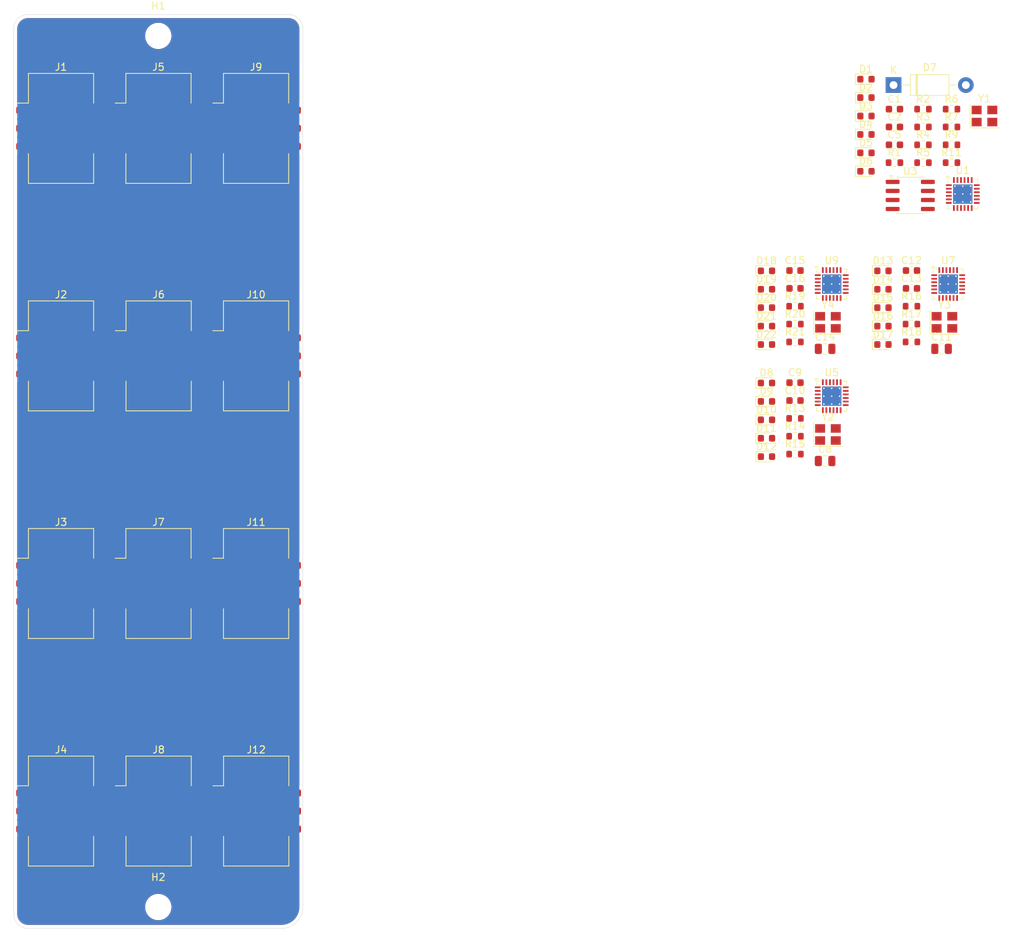
<source format=kicad_pcb>
(kicad_pcb (version 20241229) (generator "pcbnew") (generator_version "9.0")
  (layers (0 "F.Cu" signal) (2 "B.Cu" signal) (13 "F.Paste" user) (15 "B.Paste" user) (5 "F.SilkS" user "F.Silkscreen") (7 "B.SilkS" user "B.Silkscreen") (1 "F.Mask" user) (3 "B.Mask" user) (25 "Edge.Cuts" user))
  (net 0 "")
  (net 1 "/USB_3v3")
  (net 2 "GND")
  (net 3 "/USB_5v")
  (net 4 "VDD")
  (net 5 "/channel0/USB_5v")
  (net 6 "/channel0/USB_2_3v3")
  (net 7 "/channel0/USB_2_5v0")
  (net 8 "/channel1/USB_5v")
  (net 9 "/channel1/USB_2_3v3")
  (net 10 "/channel1/USB_2_5v0")
  (net 11 "/channel2/USB_5v")
  (net 12 "/channel2/USB_2_3v3")
  (net 13 "/channel2/USB_2_5v0")
  (net 14 "Net-(D1-K)")
  (net 15 "/PLED4_2")
  (net 16 "Net-(D3-K)")
  (net 17 "Net-(D5-K)")
  (net 18 "Net-(D6-A)")
  (net 19 "Net-(D6-K)")
  (net 20 "Net-(D7-K)")
  (net 21 "/channel0/PLED4_2")
  (net 22 "Net-(D8-K)")
  (net 23 "Net-(D10-K)")
  (net 24 "Net-(D12-K)")
  (net 25 "Net-(D13-K)")
  (net 26 "/channel1/PLED4_2")
  (net 27 "Net-(D15-K)")
  (net 28 "Net-(D17-K)")
  (net 29 "/channel2/PLED4_2")
  (net 30 "Net-(D18-K)")
  (net 31 "Net-(D20-K)")
  (net 32 "Net-(D22-K)")
  (net 33 "/channel0/dut0/+3V3")
  (net 34 "/channel0/dut0/USB_5v")
  (net 35 "/channel0/dut0/USB_P")
  (net 36 "/channel0/dut0/USB_N")
  (net 37 "/channel1/dut0/USB_N")
  (net 38 "/channel1/dut0/USB_5v")
  (net 39 "/channel1/dut0/+3V3")
  (net 40 "/channel1/dut0/USB_P")
  (net 41 "/channel2/dut0/USB_5v")
  (net 42 "/channel2/dut0/+3V3")
  (net 43 "/channel2/dut0/USB_N")
  (net 44 "/channel2/dut0/USB_P")
  (net 45 "/channel0/dut1/+3V3")
  (net 46 "/channel0/dut1/USB_5v")
  (net 47 "/channel0/dut1/USB_N")
  (net 48 "/channel0/dut1/USB_P")
  (net 49 "/channel1/dut1/+3V3")
  (net 50 "/channel1/dut1/USB_N")
  (net 51 "/channel1/dut1/USB_P")
  (net 52 "/channel1/dut1/USB_5v")
  (net 53 "/channel2/dut1/USB_P")
  (net 54 "/channel2/dut1/+3V3")
  (net 55 "/channel2/dut1/USB_5v")
  (net 56 "/channel2/dut1/USB_N")
  (net 57 "/channel0/dut2/+3V3")
  (net 58 "/channel0/dut2/USB_N")
  (net 59 "/channel0/dut2/USB_P")
  (net 60 "/channel0/dut2/USB_5v")
  (net 61 "/channel1/dut2/USB_5v")
  (net 62 "/channel1/dut2/USB_N")
  (net 63 "/channel1/dut2/USB_P")
  (net 64 "/channel1/dut2/+3V3")
  (net 65 "/channel2/dut2/USB_P")
  (net 66 "/channel2/dut2/USB_5v")
  (net 67 "/channel2/dut2/USB_N")
  (net 68 "/channel2/dut2/+3V3")
  (net 69 "/channel0/dut3/USB_N")
  (net 70 "/channel0/dut3/USB_P")
  (net 71 "/channel0/dut3/+3V3")
  (net 72 "/channel0/dut3/USB_5v")
  (net 73 "/channel1/dut3/USB_N")
  (net 74 "/channel1/dut3/+3V3")
  (net 75 "/channel1/dut3/USB_5v")
  (net 76 "/channel1/dut3/USB_P")
  (net 77 "/channel2/dut3/USB_P")
  (net 78 "/channel2/dut3/+3V3")
  (net 79 "/channel2/dut3/USB_N")
  (net 80 "/channel2/dut3/USB_5v")
  (net 81 "/PLED1_2")
  (net 82 "/PLED2_2")
  (net 83 "/+20v0")
  (net 84 "Net-(U2-VBUS)")
  (net 85 "Net-(U2-CFG1)")
  (net 86 "Net-(U2-CFG2)")
  (net 87 "Net-(U2-CFG3)")
  (net 88 "/channel0/PLED1_2")
  (net 89 "/channel0/PLED2_2")
  (net 90 "/channel1/PLED1_2")
  (net 91 "/channel1/PLED2_2")
  (net 92 "/channel2/PLED1_2")
  (net 93 "/channel2/PLED2_2")
  (net 94 "/USB_4N")
  (net 96 "/USB_P")
  (net 97 "/PLED4")
  (net 98 "/USB_3P")
  (net 99 "/USB_4P")
  (net 101 "/XIN")
  (net 102 "/USB_1P")
  (net 104 "/USB_2N")
  (net 107 "/PLED2")
  (net 108 "/XOUT")
  (net 109 "/USB_2P")
  (net 110 "/USB_1N")
  (net 111 "/USB_N")
  (net 114 "/USB_3N")
  (net 115 "/PLED1")
  (net 116 "Net-(U3-DC)")
  (net 117 "Net-(U3-Vfb)")
  (net 118 "Net-(U3-TC)")
  (net 119 "Net-(U3-Ipk)")
  (net 121 "/channel0/USB_2P")
  (net 122 "/channel0/USB_P")
  (net 123 "/channel0/USB_3P")
  (net 124 "/channel0/USB_1P")
  (net 125 "/channel0/PLED1")
  (net 126 "/channel0/USB_N")
  (net 127 "/channel0/USB_3N")
  (net 128 "/channel0/USB_4P")
  (net 129 "/channel0/XOUT")
  (net 130 "/channel0/XIN")
  (net 131 "/channel0/USB_1N")
  (net 136 "/channel0/USB_3v3")
  (net 137 "/channel0/USB_2N")
  (net 138 "/channel0/USB_4N")
  (net 139 "/channel0/nRESET")
  (net 141 "/channel0/PLED2")
  (net 142 "/channel0/PLED4")
  (net 144 "/channel1/USB_1P")
  (net 145 "/channel1/PLED2")
  (net 146 "/channel1/USB_2P")
  (net 147 "/channel1/USB_2N")
  (net 148 "/channel1/XOUT")
  (net 149 "/channel1/USB_3v3")
  (net 150 "/channel1/USB_4P")
  (net 151 "/channel1/PLED4")
  (net 152 "/channel1/USB_4N")
  (net 153 "/channel1/USB_3N")
  (net 154 "/channel1/USB_P")
  (net 156 "/channel1/USB_1N")
  (net 158 "/channel1/USB_N")
  (net 159 "/channel1/nRESET")
  (net 160 "/channel1/PLED1")
  (net 162 "/channel1/USB_3P")
  (net 163 "/channel1/XIN")
  (net 166 "/channel2/USB_2P")
  (net 167 "/channel2/USB_1P")
  (net 169 "/channel2/USB_1N")
  (net 170 "/channel2/USB_2N")
  (net 171 "/channel2/XOUT")
  (net 172 "/channel2/USB_3v3")
  (net 174 "/channel2/nRESET")
  (net 176 "/channel2/USB_4P")
  (net 177 "/channel2/PLED1")
  (net 178 "/channel2/XIN")
  (net 179 "/channel2/USB_4N")
  (net 181 "/channel2/PLED4")
  (net 183 "/channel2/PLED2")
  (net 184 "/channel2/USB_3N")
  (net 186 "/channel2/USB_3P")
  (net 187 "/channel2/USB_P")
  (net 188 "/channel2/USB_N")
  (net 189 "/channel0/XOUT_2")
  (net 190 "/channel0/XIN_2")
  (net 191 "/channel1/XIN_2")
  (net 192 "/channel1/XOUT_2")
  (net 193 "/channel2/XIN_2")
  (net 194 "/channel2/XOUT_2")
  (net 195 "/channel0/dut0/PRESENT")
  (net 196 "/channel1/dut0/PRESENT")
  (net 197 "/channel2/dut0/PRESENT")
  (net 198 "/channel0/dut1/PRESENT")
  (net 199 "/channel1/dut1/PRESENT")
  (net 200 "/channel2/dut1/PRESENT")
  (net 201 "/channel0/dut2/PRESENT")
  (net 202 "/channel1/dut2/PRESENT")
  (net 203 "/channel2/dut2/PRESENT")
  (net 204 "/channel0/dut3/PRESENT")
  (net 205 "/channel1/dut3/PRESENT")
  (net 206 "/channel2/dut3/PRESENT")
  (footprint "Diode_SMD:D_0603_1608Metric" (layer "F.Cu") (at 169.776 59.086)
    (property "Reference" "D1" (at 0 -1.43 0) (layer "F.SilkS"))
    (property "Value" "GREEN")
    (pad "1" smd roundrect (at -0.7875 0) (size 0.875 0.95) (layers "F.Cu" "F.Mask" "F.Paste") (net 14 "Net-(D1-K)"))
    (pad "2" smd roundrect (at 0.7875 0) (size 0.875 0.95) (layers "F.Cu" "F.Mask" "F.Paste") (net 15 "/PLED4_2"))
  )
  (footprint "Resistor_SMD:R_0603_1608Metric" (layer "F.Cu") (at 159.806 106.786)
    (property "Reference" "R13" (at 0 -1.43 0) (layer "F.SilkS"))
    (property "Value" "220")
    (pad "1" smd roundrect (at -0.825 0) (size 0.8 0.95) (layers "F.Cu" "F.Mask" "F.Paste") (net 22 "Net-(D8-K)"))
    (pad "2" smd roundrect (at 0.825 0) (size 0.8 0.95) (layers "F.Cu" "F.Mask" "F.Paste") (net 88 "/channel0/PLED1_2"))
  )
  (footprint "Connector_IDC:IDC-Header_2x03_P2.54mm_Vertical_SMD" (layer "F.Cu") (at 84.064 130)
    (property "Reference" "J11" (at 0 -8.62 0) (layer "F.SilkS"))
    (property "Value" "Conn_02x03_Odd_Even")
    (pad "1" smd roundrect (at -3.8 -2.54) (size 5 1.02) (layers "F.Cu" "F.Mask" "F.Paste") (roundrect_rratio 0.245098) (net 74 "/channel1/dut3/+3V3"))
    (pad "2" smd roundrect (at 3.8 -2.54) (size 5 1.02) (layers "F.Cu" "F.Mask" "F.Paste") (roundrect_rratio 0.245098) (net 2 "GND"))
    (pad "3" smd roundrect (at -3.8 0) (size 5 1.02) (layers "F.Cu" "F.Mask" "F.Paste") (roundrect_rratio 0.245098) (net 75 "/channel1/dut3/USB_5v"))
    (pad "4" smd roundrect (at 3.8 0) (size 5 1.02) (layers "F.Cu" "F.Mask" "F.Paste") (roundrect_rratio 0.245098) (net 205 "/channel1/dut3/PRESENT"))
    (pad "5" smd roundrect (at -3.8 2.54) (size 5 1.02) (layers "F.Cu" "F.Mask" "F.Paste") (roundrect_rratio 0.245098) (net 76 "/channel1/dut3/USB_P"))
    (pad "6" smd roundrect (at 3.8 2.54) (size 5 1.02) (layers "F.Cu" "F.Mask" "F.Paste") (roundrect_rratio 0.245098) (net 73 "/channel1/dut3/USB_N"))
  )
  (footprint "Diode_SMD:D_0603_1608Metric" (layer "F.Cu") (at 155.796 86.036)
    (property "Reference" "D18" (at 0 -1.43 0) (layer "F.SilkS"))
    (property "Value" "GREEN")
    (pad "1" smd roundrect (at -0.7875 0) (size 0.875 0.95) (layers "F.Cu" "F.Mask" "F.Paste") (net 30 "Net-(D18-K)"))
    (pad "2" smd roundrect (at 0.7875 0) (size 0.875 0.95) (layers "F.Cu" "F.Mask" "F.Paste") (net 29 "/channel2/PLED4_2"))
  )
  (footprint "Capacitor_SMD:C_0805_2012Metric" (layer "F.Cu") (at 164.036 112.776)
    (property "Reference" "C8" (at 0 -1.68 0) (layer "F.SilkS"))
    (property "Value" "22uF")
    (pad "1" smd roundrect (at -0.95 0) (size 1 1.45) (layers "F.Cu" "F.Mask" "F.Paste") (net 5 "/channel0/USB_5v"))
    (pad "2" smd roundrect (at 0.95 0) (size 1 1.45) (layers "F.Cu" "F.Mask" "F.Paste") (net 2 "GND"))
  )
  (footprint "Capacitor_SMD:C_0603_1608Metric" (layer "F.Cu") (at 173.786 63.296)
    (property "Reference" "C1" (at 0 -1.43 0) (layer "F.SilkS"))
    (property "Value" "10u")
    (pad "1" smd roundrect (at -0.775 0) (size 0.9 0.95) (layers "F.Cu" "F.Mask" "F.Paste") (net 1 "/USB_3v3"))
    (pad "2" smd roundrect (at 0.775 0) (size 0.9 0.95) (layers "F.Cu" "F.Mask" "F.Paste") (net 2 "GND"))
  )
  (footprint "Connector_IDC:IDC-Header_2x03_P2.54mm_Vertical_SMD" (layer "F.Cu") (at 70.348 130)
    (property "Reference" "J7" (at 0 -8.62 0) (layer "F.SilkS"))
    (property "Value" "Conn_02x03_Odd_Even")
    (pad "1" smd roundrect (at -3.8 -2.54) (size 5 1.02) (layers "F.Cu" "F.Mask" "F.Paste") (roundrect_rratio 0.245098) (net 57 "/channel0/dut2/+3V3"))
    (pad "2" smd roundrect (at 3.8 -2.54) (size 5 1.02) (layers "F.Cu" "F.Mask" "F.Paste") (roundrect_rratio 0.245098) (net 2 "GND"))
    (pad "3" smd roundrect (at -3.8 0) (size 5 1.02) (layers "F.Cu" "F.Mask" "F.Paste") (roundrect_rratio 0.245098) (net 60 "/channel0/dut2/USB_5v"))
    (pad "4" smd roundrect (at 3.8 0) (size 5 1.02) (layers "F.Cu" "F.Mask" "F.Paste") (roundrect_rratio 0.245098) (net 201 "/channel0/dut2/PRESENT"))
    (pad "5" smd roundrect (at -3.8 2.54) (size 5 1.02) (layers "F.Cu" "F.Mask" "F.Paste") (roundrect_rratio 0.245098) (net 59 "/channel0/dut2/USB_P"))
    (pad "6" smd roundrect (at 3.8 2.54) (size 5 1.02) (layers "F.Cu" "F.Mask" "F.Paste") (roundrect_rratio 0.245098) (net 58 "/channel0/dut2/USB_N"))
  )
  (footprint "Diode_SMD:D_0603_1608Metric" (layer "F.Cu") (at 155.796 104.396)
    (property "Reference" "D9" (at 0 -1.43 0) (layer "F.SilkS"))
    (property "Value" "GREEN")
    (pad "1" smd roundrect (at -0.7875 0) (size 0.875 0.95) (layers "F.Cu" "F.Mask" "F.Paste") (net 21 "/channel0/PLED4_2"))
    (pad "2" smd roundrect (at 0.7875 0) (size 0.875 0.95) (layers "F.Cu" "F.Mask" "F.Paste") (net 22 "Net-(D8-K)"))
  )
  (footprint "Package_DFN_QFN:QFN-24-1EP_4x4mm_P0.5mm_EP2.7x2.7mm_ThermalVias" (layer "F.Cu") (at 164.966 87.896)
    (property "Reference" "U9" (at 0 -3.33 0) (layer "F.SilkS"))
    (property "Value" "~")
    (pad "1" smd roundrect (at -1.9625 -1.25) (size 0.825 0.25) (layers "F.Cu" "F.Mask" "F.Paste"))
    (pad "2" smd roundrect (at -1.9625 -0.75) (size 0.825 0.25) (layers "F.Cu" "F.Mask" "F.Paste"))
    (pad "3" smd roundrect (at -1.9625 -0.25) (size 0.825 0.25) (layers "F.Cu" "F.Mask" "F.Paste") (net 171 "/channel2/XOUT"))
    (pad "4" smd roundrect (at -1.9625 0.25) (size 0.825 0.25) (layers "F.Cu" "F.Mask" "F.Paste") (net 178 "/channel2/XIN"))
    (pad "5" smd roundrect (at -1.9625 0.75) (size 0.825 0.25) (layers "F.Cu" "F.Mask" "F.Paste") (net 179 "/channel2/USB_4N"))
    (pad "6" smd roundrect (at -1.9625 1.25) (size 0.825 0.25) (layers "F.Cu" "F.Mask" "F.Paste") (net 176 "/channel2/USB_4P"))
    (pad "7" smd roundrect (at -1.25 1.9625) (size 0.25 0.825) (layers "F.Cu" "F.Mask" "F.Paste") (net 184 "/channel2/USB_3N"))
    (pad "8" smd roundrect (at -0.75 1.9625) (size 0.25 0.825) (layers "F.Cu" "F.Mask" "F.Paste") (net 186 "/channel2/USB_3P"))
    (pad "9" smd roundrect (at -0.25 1.9625) (size 0.25 0.825) (layers "F.Cu" "F.Mask" "F.Paste") (net 170 "/channel2/USB_2N"))
    (pad "10" smd roundrect (at 0.25 1.9625) (size 0.25 0.825) (layers "F.Cu" "F.Mask" "F.Paste") (net 166 "/channel2/USB_2P"))
    (pad "11" smd roundrect (at 0.75 1.9625) (size 0.25 0.825) (layers "F.Cu" "F.Mask" "F.Paste") (net 169 "/channel2/USB_1N"))
    (pad "12" smd roundrect (at 1.25 1.9625) (size 0.25 0.825) (layers "F.Cu" "F.Mask" "F.Paste") (net 167 "/channel2/USB_1P"))
    (pad "13" smd roundrect (at 1.9625 1.25) (size 0.825 0.25) (layers "F.Cu" "F.Mask" "F.Paste"))
    (pad "14" smd roundrect (at 1.9625 0.75) (size 0.825 0.25) (layers "F.Cu" "F.Mask" "F.Paste") (net 188 "/channel2/USB_N"))
    (pad "15" smd roundrect (at 1.9625 0.25) (size 0.825 0.25) (layers "F.Cu" "F.Mask" "F.Paste") (net 187 "/channel2/USB_P"))
    (pad "16" smd roundrect (at 1.9625 -0.25) (size 0.825 0.25) (layers "F.Cu" "F.Mask" "F.Paste") (net 174 "/channel2/nRESET"))
    (pad "17" smd roundrect (at 1.9625 -0.75) (size 0.825 0.25) (layers "F.Cu" "F.Mask" "F.Paste"))
    (pad "18" smd roundrect (at 1.9625 -1.25) (size 0.825 0.25) (layers "F.Cu" "F.Mask" "F.Paste"))
    (pad "19" smd roundrect (at 1.25 -1.9625) (size 0.25 0.825) (layers "F.Cu" "F.Mask" "F.Paste") (net 11 "/channel2/USB_5v"))
    (pad "20" smd roundrect (at 0.75 -1.9625) (size 0.25 0.825) (layers "F.Cu" "F.Mask" "F.Paste") (net 172 "/channel2/USB_3v3"))
    (pad "21" smd roundrect (at 0.25 -1.9625) (size 0.25 0.825) (layers "F.Cu" "F.Mask" "F.Paste") (net 181 "/channel2/PLED4"))
    (pad "22" smd roundrect (at -0.25 -1.9625) (size 0.25 0.825) (layers "F.Cu" "F.Mask" "F.Paste") (net 177 "/channel2/PLED1"))
    (pad "23" smd roundrect (at -0.75 -1.9625) (size 0.25 0.825) (layers "F.Cu" "F.Mask" "F.Paste") (net 183 "/channel2/PLED2"))
    (pad "24" smd roundrect (at -1.25 -1.9625) (size 0.25 0.825) (layers "F.Cu" "F.Mask" "F.Paste"))
    (pad "25" thru_hole circle (at -1.1 -1.1) (size 0.5 0.5) (drill 0.2) (property pad_prop_heatsink) (layers "*.Cu") (net 2 "GND"))
    (pad "25" thru_hole circle (at -1.1 0) (size 0.5 0.5) (drill 0.2) (property pad_prop_heatsink) (layers "*.Cu") (net 2 "GND"))
    (pad "25" thru_hole circle (at -1.1 1.1) (size 0.5 0.5) (drill 0.2) (property pad_prop_heatsink) (layers "*.Cu") (net 2 "GND"))
    (pad "25" thru_hole circle (at 0 -1.1) (size 0.5 0.5) (drill 0.2) (property pad_prop_heatsink) (layers "*.Cu") (net 2 "GND"))
    (pad "25" thru_hole circle (at 0 0) (size 0.5 0.5) (drill 0.2) (property pad_prop_heatsink) (layers "*.Cu") (net 2 "GND"))
    (pad "25" smd rect (at 0 0) (size 2.7 2.7) (property pad_prop_heatsink) (layers "F.Cu" "F.Mask") (net 2 "GND"))
    (pad "25" smd rect (at 0 0) (size 2.7 2.7) (property pad_prop_heatsink) (layers "B.Cu") (net 2 "GND"))
    (pad "25" thru_hole circle (at 0 1.1) (size 0.5 0.5) (drill 0.2) (property pad_prop_heatsink) (layers "*.Cu") (net 2 "GND"))
    (pad "25" thru_hole circle (at 1.1 -1.1) (size 0.5 0.5) (drill 0.2) (property pad_prop_heatsink) (layers "*.Cu") (net 2 "GND"))
    (pad "25" thru_hole circle (at 1.1 0) (size 0.5 0.5) (drill 0.2) (property pad_prop_heatsink) (layers "*.Cu") (net 2 "GND"))
    (pad "25" thru_hole circle (at 1.1 1.1) (size 0.5 0.5) (drill 0.2) (property pad_prop_heatsink) (layers "*.Cu") (net 2 "GND"))
  )
  (footprint "Resistor_SMD:R_0603_1608Metric" (layer "F.Cu") (at 177.796 63.296)
    (property "Reference" "R2" (at 0 -1.43 0) (layer "F.SilkS"))
    (property "Value" "220")
    (pad "1" smd roundrect (at -0.825 0) (size 0.8 0.95) (layers "F.Cu" "F.Mask" "F.Paste") (net 16 "Net-(D3-K)"))
    (pad "2" smd roundrect (at 0.825 0) (size 0.8 0.95) (layers "F.Cu" "F.Mask" "F.Paste") (net 82 "/PLED2_2"))
  )
  (footprint "Diode_SMD:D_0603_1608Metric" (layer "F.Cu") (at 172.166 91.216)
    (property "Reference" "D15" (at 0 -1.43 0) (layer "F.SilkS"))
    (property "Value" "GREEN")
    (pad "1" smd roundrect (at -0.7875 0) (size 0.875 0.95) (layers "F.Cu" "F.Mask" "F.Paste") (net 27 "Net-(D15-K)"))
    (pad "2" smd roundrect (at 0.7875 0) (size 0.875 0.95) (layers "F.Cu" "F.Mask" "F.Paste") (net 26 "/channel1/PLED4_2"))
  )
  (footprint "Diode_SMD:D_0603_1608Metric" (layer "F.Cu") (at 155.796 101.806)
    (property "Reference" "D8" (at 0 -1.43 0) (layer "F.SilkS"))
    (property "Value" "GREEN")
    (pad "1" smd roundrect (at -0.7875 0) (size 0.875 0.95) (layers "F.Cu" "F.Mask" "F.Paste") (net 22 "Net-(D8-K)"))
    (pad "2" smd roundrect (at 0.7875 0) (size 0.875 0.95) (layers "F.Cu" "F.Mask" "F.Paste") (net 21 "/channel0/PLED4_2"))
  )
  (footprint "Diode_THT:D_DO-41_SOD81_P10.16mm_Horizontal" (layer "F.Cu") (at 173.656 59.916)
    (property "Reference" "D7" (at 5.08 -2.47 0) (layer "F.SilkS"))
    (property "Value" "1N5819")
    (fp_text user "K" (at 0 -2.1 0) (layer "F.SilkS"))
    (pad "1" thru_hole rect (at 0 0) (size 2.2 2.2) (drill 1.1) (layers "*.Cu" "*.Mask") (net 20 "Net-(D7-K)"))
    (pad "2" thru_hole oval (at 10.16 0) (size 2.2 2.2) (drill 1.1) (layers "*.Cu" "*.Mask") (net 2 "GND"))
  )
  (footprint "Diode_SMD:D_0603_1608Metric" (layer "F.Cu") (at 169.776 66.856)
    (property "Reference" "D4" (at 0 -1.43 0) (layer "F.SilkS"))
    (property "Value" "GREEN")
    (pad "1" smd roundrect (at -0.7875 0) (size 0.875 0.95) (layers "F.Cu" "F.Mask" "F.Paste") (net 15 "/PLED4_2"))
    (pad "2" smd roundrect (at 0.7875 0) (size 0.875 0.95) (layers "F.Cu" "F.Mask" "F.Paste") (net 16 "Net-(D3-K)"))
  )
  (footprint "Package_SO:SOIC-8_3.9x4.9mm_P1.27mm" (layer "F.Cu") (at 176.006 75.436)
    (property "Reference" "U3" (at 0 -3.4 0) (layer "F.SilkS"))
    (property "Value" "MC34063AD")
    (pad "1" smd roundrect (at -2.475 -1.905) (size 1.95 0.6) (layers "F.Cu" "F.Mask" "F.Paste") (net 116 "Net-(U3-DC)"))
    (pad "2" smd roundrect (at -2.475 -0.635) (size 1.95 0.6) (layers "F.Cu" "F.Mask" "F.Paste") (net 20 "Net-(D7-K)"))
    (pad "3" smd roundrect (at -2.475 0.635) (size 1.95 0.6) (layers "F.Cu" "F.Mask" "F.Paste") (net 118 "Net-(U3-TC)"))
    (pad "4" smd roundrect (at -2.475 1.905) (size 1.95 0.6) (layers "F.Cu" "F.Mask" "F.Paste") (net 2 "GND"))
    (pad "5" smd roundrect (at 2.475 1.905) (size 1.95 0.6) (layers "F.Cu" "F.Mask" "F.Paste") (net 117 "Net-(U3-Vfb)"))
    (pad "6" smd roundrect (at 2.475 0.635) (size 1.95 0.6) (layers "F.Cu" "F.Mask" "F.Paste") (net 83 "/+20v0"))
    (pad "7" smd roundrect (at 2.475 -0.635) (size 1.95 0.6) (layers "F.Cu" "F.Mask" "F.Paste") (net 119 "Net-(U3-Ipk)"))
    (pad "8" smd roundrect (at 2.475 -1.905) (size 1.95 0.6) (layers "F.Cu" "F.Mask" "F.Paste") (net 116 "Net-(U3-DC)"))
  )
  (footprint "Resistor_SMD:R_0603_1608Metric" (layer "F.Cu") (at 181.806 63.296)
    (property "Reference" "R6" (at 0 -1.43 0) (layer "F.SilkS"))
    (property "Value" "10K")
    (pad "1" smd roundrect (at -0.825 0) (size 0.8 0.95) (layers "F.Cu" "F.Mask" "F.Paste") (net 86 "Net-(U2-CFG2)"))
    (pad "2" smd roundrect (at 0.825 0) (size 0.8 0.95) (layers "F.Cu" "F.Mask" "F.Paste") (net 4 "VDD"))
  )
  (footprint "Connector_IDC:IDC-Header_2x03_P2.54mm_Vertical_SMD" (layer "F.Cu") (at 56.652 98)
    (property "Reference" "J2" (at 0 -8.62 0) (layer "F.SilkS"))
    (property "Value" "Conn_02x03_Odd_Even")
    (pad "1" smd roundrect (at -3.8 -2.54) (size 5 1.02) (layers "F.Cu" "F.Mask" "F.Paste") (roundrect_rratio 0.245098) (net 39 "/channel1/dut0/+3V3"))
    (pad "2" smd roundrect (at 3.8 -2.54) (size 5 1.02) (layers "F.Cu" "F.Mask" "F.Paste") (roundrect_rratio 0.245098) (net 2 "GND"))
    (pad "3" smd roundrect (at -3.8 0) (size 5 1.02) (layers "F.Cu" "F.Mask" "F.Paste") (roundrect_rratio 0.245098) (net 38 "/channel1/dut0/USB_5v"))
    (pad "4" smd roundrect (at 3.8 0) (size 5 1.02) (layers "F.Cu" "F.Mask" "F.Paste") (roundrect_rratio 0.245098) (net 196 "/channel1/dut0/PRESENT"))
    (pad "5" smd roundrect (at -3.8 2.54) (size 5 1.02) (layers "F.Cu" "F.Mask" "F.Paste") (roundrect_rratio 0.245098) (net 40 "/channel1/dut0/USB_P"))
    (pad "6" smd roundrect (at 3.8 2.54) (size 5 1.02) (layers "F.Cu" "F.Mask" "F.Paste") (roundrect_rratio 0.245098) (net 37 "/channel1/dut0/USB_N"))
  )
  (footprint "Diode_SMD:D_0603_1608Metric" (layer "F.Cu") (at 155.796 112.166)
    (property "Reference" "D12" (at 0 -1.43 0) (layer "F.SilkS"))
    (property "Value" "RED")
    (pad "1" smd roundrect (at -0.7875 0) (size 0.875 0.95) (layers "F.Cu" "F.Mask" "F.Paste") (net 24 "Net-(D12-K)"))
    (pad "2" smd roundrect (at 0.7875 0) (size 0.875 0.95) (layers "F.Cu" "F.Mask" "F.Paste") (net 6 "/channel0/USB_2_3v3"))
  )
  (footprint "Resistor_SMD:R_0603_1608Metric" (layer "F.Cu") (at 181.806 70.826)
    (property "Reference" "R11" (at 0 -1.43 0) (layer "F.SilkS"))
    (property "Value" "10K")
    (pad "1" smd roundrect (at -0.825 0) (size 0.8 0.95) (layers "F.Cu" "F.Mask" "F.Paste") (net 83 "/+20v0"))
    (pad "2" smd roundrect (at 0.825 0) (size 0.8 0.95) (layers "F.Cu" "F.Mask" "F.Paste") (net 18 "Net-(D6-A)"))
  )
  (footprint "Connector_IDC:IDC-Header_2x03_P2.54mm_Vertical_SMD" (layer "F.Cu") (at 84.064 66)
    (property "Reference" "J9" (at 0 -8.62 0) (layer "F.SilkS"))
    (property "Value" "Conn_02x03_Odd_Even")
    (pad "1" smd roundrect (at -3.8 -2.54) (size 5 1.02) (layers "F.Cu" "F.Mask" "F.Paste") (roundrect_rratio 0.245098) (net 68 "/channel2/dut2/+3V3"))
    (pad "2" smd roundrect (at 3.8 -2.54) (size 5 1.02) (layers "F.Cu" "F.Mask" "F.Paste") (roundrect_rratio 0.245098) (net 2 "GND"))
    (pad "3" smd roundrect (at -3.8 0) (size 5 1.02) (layers "F.Cu" "F.Mask" "F.Paste") (roundrect_rratio 0.245098) (net 66 "/channel2/dut2/USB_5v"))
    (pad "4" smd roundrect (at 3.8 0) (size 5 1.02) (layers "F.Cu" "F.Mask" "F.Paste") (roundrect_rratio 0.245098) (net 203 "/channel2/dut2/PRESENT"))
    (pad "5" smd roundrect (at -3.8 2.54) (size 5 1.02) (layers "F.Cu" "F.Mask" "F.Paste") (roundrect_rratio 0.245098) (net 65 "/channel2/dut2/USB_P"))
    (pad "6" smd roundrect (at 3.8 2.54) (size 5 1.02) (layers "F.Cu" "F.Mask" "F.Paste") (roundrect_rratio 0.245098) (net 67 "/channel2/dut2/USB_N"))
  )
  (footprint "Crystal:Crystal_SMD_3225-4Pin_3.2x2.5mm" (layer "F.Cu") (at 164.436 109.046)
    (property "Reference" "Y2" (at 0 -2.45 0) (layer "F.SilkS"))
    (property "Value" "Crystal_GND24")
    (pad "1" smd rect (at -1.1 0.85) (size 1.4 1.2) (layers "F.Cu" "F.Mask" "F.Paste") (net 190 "/channel0/XIN_2"))
    (pad "2" smd rect (at 1.1 0.85) (size 1.4 1.2) (layers "F.Cu" "F.Mask" "F.Paste") (net 2 "GND"))
    (pad "3" smd rect (at 1.1 -0.85) (size 1.4 1.2) (layers "F.Cu" "F.Mask" "F.Paste") (net 189 "/channel0/XOUT_2"))
    (pad "4" smd rect (at -1.1 -0.85) (size 1.4 1.2) (layers "F.Cu" "F.Mask" "F.Paste") (net 2 "GND"))
  )
  (footprint "Resistor_SMD:R_0603_1608Metric" (layer "F.Cu") (at 159.806 91.016)
    (property "Reference" "R19" (at 0 -1.43 0) (layer "F.SilkS"))
    (property "Value" "220")
    (pad "1" smd roundrect (at -0.825 0) (size 0.8 0.95) (layers "F.Cu" "F.Mask" "F.Paste") (net 30 "Net-(D18-K)"))
    (pad "2" smd roundrect (at 0.825 0) (size 0.8 0.95) (layers "F.Cu" "F.Mask" "F.Paste") (net 92 "/channel2/PLED1_2"))
  )
  (footprint "Package_DFN_QFN:QFN-24-1EP_4x4mm_P0.5mm_EP2.7x2.7mm_ThermalVias" (layer "F.Cu") (at 164.966 103.666)
    (property "Reference" "U5" (at 0 -3.33 0) (layer "F.SilkS"))
    (property "Value" "~")
    (pad "1" smd roundrect (at -1.9625 -1.25) (size 0.825 0.25) (layers "F.Cu" "F.Mask" "F.Paste"))
    (pad "2" smd roundrect (at -1.9625 -0.75) (size 0.825 0.25) (layers "F.Cu" "F.Mask" "F.Paste"))
    (pad "3" smd roundrect (at -1.9625 -0.25) (size 0.825 0.25) (layers "F.Cu" "F.Mask" "F.Paste") (net 129 "/channel0/XOUT"))
    (pad "4" smd roundrect (at -1.9625 0.25) (size 0.825 0.25) (layers "F.Cu" "F.Mask" "F.Paste") (net 130 "/channel0/XIN"))
    (pad "5" smd roundrect (at -1.9625 0.75) (size 0.825 0.25) (layers "F.Cu" "F.Mask" "F.Paste") (net 138 "/channel0/USB_4N"))
    (pad "6" smd roundrect (at -1.9625 1.25) (size 0.825 0.25) (layers "F.Cu" "F.Mask" "F.Paste") (net 128 "/channel0/USB_4P"))
    (pad "7" smd roundrect (at -1.25 1.9625) (size 0.25 0.825) (layers "F.Cu" "F.Mask" "F.Paste") (net 127 "/channel0/USB_3N"))
    (pad "8" smd roundrect (at -0.75 1.9625) (size 0.25 0.825) (layers "F.Cu" "F.Mask" "F.Paste") (net 123 "/channel0/USB_3P"))
    (pad "9" smd roundrect (at -0.25 1.9625) (size 0.25 0.825) (layers "F.Cu" "F.Mask" "F.Paste") (net 137 "/channel0/USB_2N"))
    (pad "10" smd roundrect (at 0.25 1.9625) (size 0.25 0.825) (layers "F.Cu" "F.Mask" "F.Paste") (net 121 "/channel0/USB_2P"))
    (pad "11" smd roundrect (at 0.75 1.9625) (size 0.25 0.825) (layers "F.Cu" "F.Mask" "F.Paste") (net 131 "/channel0/USB_1N"))
    (pad "12" smd roundrect (at 1.25 1.9625) (size 0.25 0.825) (layers "F.Cu" "F.Mask" "F.Paste") (net 124 "/channel0/USB_1P"))
    (pad "13" smd roundrect (at 1.9625 1.25) (size 0.825 0.25) (layers "F.Cu" "F.Mask" "F.Paste"))
    (pad "14" smd roundrect (at 1.9625 0.75) (size 0.825 0.25) (layers "F.Cu" "F.Mask" "F.Paste") (net 126 "/channel0/USB_N"))
    (pad "15" smd roundrect (at 1.9625 0.25) (size 0.825 0.25) (layers "F.Cu" "F.Mask" "F.Paste") (net 122 "/channel0/USB_P"))
    (pad "16" smd roundrect (at 1.9625 -0.25) (size 0.825 0.25) (layers "F.Cu" "F.Mask" "F.Paste") (net 139 "/channel0/nRESET"))
    (pad "17" smd roundrect (at 1.9625 -0.75) (size 0.825 0.25) (layers "F.Cu" "F.Mask" "F.Paste"))
    (pad "18" smd roundrect (at 1.9625 -1.25) (size 0.825 0.25) (layers "F.Cu" "F.Mask" "F.Paste"))
    (pad "19" smd roundrect (at 1.25 -1.9625) (size 0.25 0.825) (layers "F.Cu" "F.Mask" "F.Paste") (net 5 "/channel0/USB_5v"))
    (pad "20" smd roundrect (at 0.75 -1.9625) (size 0.25 0.825) (layers "F.Cu" "F.Mask" "F.Paste") (net 136 "/channel0/USB_3v3"))
    (pad "21" smd roundrect (at 0.25 -1.9625) (size 0.25 0.825) (layers "F.Cu" "F.Mask" "F.Paste") (net 142 "/channel0/PLED4"))
    (pad "22" smd roundrect (at -0.25 -1.9625) (size 0.25 0.825) (layers "F.Cu" "F.Mask" "F.Paste") (net 125 "/channel0/PLED1"))
    (pad "23" smd roundrect (at -0.75 -1.9625) (size 0.25 0.825) (layers "F.Cu" "F.Mask" "F.Paste") (net 141 "/channel0/PLED2"))
    (pad "24" smd roundrect (at -1.25 -1.9625) (size 0.25 0.825) (layers "F.Cu" "F.Mask" "F.Paste"))
    (pad "25" thru_hole circle (at -1.1 -1.1) (size 0.5 0.5) (drill 0.2) (property pad_prop_heatsink) (layers "*.Cu") (net 2 "GND"))
    (pad "25" thru_hole circle (at -1.1 0) (size 0.5 0.5) (drill 0.2) (property pad_prop_heatsink) (layers "*.Cu") (net 2 "GND"))
    (pad "25" thru_hole circle (at -1.1 1.1) (size 0.5 0.5) (drill 0.2) (property pad_prop_heatsink) (layers "*.Cu") (net 2 "GND"))
    (pad "25" thru_hole circle (at 0 -1.1) (size 0.5 0.5) (drill 0.2) (property pad_prop_heatsink) (layers "*.Cu") (net 2 "GND"))
    (pad "25" thru_hole circle (at 0 0) (size 0.5 0.5) (drill 0.2) (property pad_prop_heatsink) (layers "*.Cu") (net 2 "GND"))
    (pad "25" smd rect (at 0 0) (size 2.7 2.7) (property pad_prop_heatsink) (layers "F.Cu" "F.Mask") (net 2 "GND"))
    (pad "25" smd rect (at 0 0) (size 2.7 2.7) (property pad_prop_heatsink) (layers "B.Cu") (net 2 "GND"))
    (pad "25" thru_hole circle (at 0 1.1) (size 0.5 0.5) (drill 0.2) (property pad_prop_heatsink) (layers "*.Cu") (net 2 "GND"))
    (pad "25" thru_hole circle (at 1.1 -1.1) (size 0.5 0.5) (drill 0.2) (property pad_prop_heatsink) (layers "*.Cu") (net 2 "GND"))
    (pad "25" thru_hole circle (at 1.1 0) (size 0.5 0.5) (drill 0.2) (property pad_prop_heatsink) (layers "*.Cu") (net 2 "GND"))
    (pad "25" thru_hole circle (at 1.1 1.1) (size 0.5 0.5) (drill 0.2) (property pad_prop_heatsink) (layers "*.Cu") (net 2 "GND"))
  )
  (footprint "Capacitor_SMD:C_0603_1608Metric" (layer "F.Cu") (at 173.786 68.316)
    (property "Reference" "C5" (at 0 -1.43 0) (layer "F.SilkS"))
    (property "Value" "10u")
    (pad "1" smd roundrect (at -0.775 0) (size 0.9 0.95) (layers "F.Cu" "F.Mask" "F.Paste") (net 4 "VDD"))
    (pad "2" smd roundrect (at 0.775 0) (size 0.9 0.95) (layers "F.Cu" "F.Mask" "F.Paste") (net 2 "GND"))
  )
  (footprint "MountingHole:MountingHole_3.2mm_M3" (layer "F.Cu") (at 70.32 53)
    (property "Reference" "H1" (at 0 -4.2 0) (layer "F.SilkS"))
    (property "Value" "MountingHole")
    (pad "" np_thru_hole circle (at 0 0) (size 3.2 3.2) (drill 3.2) (layers "*.Cu" "*.Mask"))
  )
  (footprint "Connector_IDC:IDC-Header_2x03_P2.54mm_Vertical_SMD" (layer "F.Cu") (at 56.652 66)
    (property "Reference" "J1" (at 0 -8.62 0) (layer "F.SilkS"))
    (property "Value" "Conn_02x03_Odd_Even")
    (pad "1" smd roundrect (at -3.8 -2.54) (size 5 1.02) (layers "F.Cu" "F.Mask" "F.Paste") (roundrect_rratio 0.245098) (net 33 "/channel0/dut0/+3V3"))
    (pad "2" smd roundrect (at 3.8 -2.54) (size 5 1.02) (layers "F.Cu" "F.Mask" "F.Paste") (roundrect_rratio 0.245098) (net 2 "GND"))
    (pad "3" smd roundrect (at -3.8 0) (size 5 1.02) (layers "F.Cu" "F.Mask" "F.Paste") (roundrect_rratio 0.245098) (net 34 "/channel0/dut0/USB_5v"))
    (pad "4" smd roundrect (at 3.8 0) (size 5 1.02) (layers "F.Cu" "F.Mask" "F.Paste") (roundrect_rratio 0.245098) (net 195 "/channel0/dut0/PRESENT"))
    (pad "5" smd roundrect (at -3.8 2.54) (size 5 1.02) (layers "F.Cu" "F.Mask" "F.Paste") (roundrect_rratio 0.245098) (net 35 "/channel0/dut0/USB_P"))
    (pad "6" smd roundrect (at 3.8 2.54) (size 5 1.02) (layers "F.Cu" "F.Mask" "F.Paste") (roundrect_rratio 0.245098) (net 36 "/channel0/dut0/USB_N"))
  )
  (footprint "Resistor_SMD:R_0603_1608Metric" (layer "F.Cu") (at 176.176 91.016)
    (property "Reference" "R16" (at 0 -1.43 0) (layer "F.SilkS"))
    (property "Value" "220")
    (pad "1" smd roundrect (at -0.825 0) (size 0.8 0.95) (layers "F.Cu" "F.Mask" "F.Paste") (net 25 "Net-(D13-K)"))
    (pad "2" smd roundrect (at 0.825 0) (size 0.8 0.95) (layers "F.Cu" "F.Mask" "F.Paste") (net 90 "/channel1/PLED1_2"))
  )
  (footprint "Resistor_SMD:R_0603_1608Metric" (layer "F.Cu") (at 159.806 96.036)
    (property "Reference" "R21" (at 0 -1.43 0) (layer "F.SilkS"))
    (property "Value" "470")
    (pad "1" smd roundrect (at -0.825 0) (size 0.8 0.95) (layers "F.Cu" "F.Mask" "F.Paste") (net 32 "Net-(D22-K)"))
    (pad "2" smd roundrect (at 0.825 0) (size 0.8 0.95) (layers "F.Cu" "F.Mask" "F.Paste") (net 29 "/channel2/PLED4_2"))
  )
  (footprint "Resistor_SMD:R_0603_1608Metric" (layer "F.Cu") (at 159.806 109.296)
    (property "Reference" "R14" (at 0 -1.43 0) (layer "F.SilkS"))
    (property "Value" "220")
    (pad "1" smd roundrect (at -0.825 0) (size 0.8 0.95) (layers "F.Cu" "F.Mask" "F.Paste") (net 23 "Net-(D10-K)"))
    (pad "2" smd roundrect (at 0.825 0) (size 0.8 0.95) (layers "F.Cu" "F.Mask" "F.Paste") (net 89 "/channel0/PLED2_2"))
  )
  (footprint "Diode_SMD:D_0603_1608Metric" (layer "F.Cu") (at 172.166 96.396)
    (property "Reference" "D17" (at 0 -1.43 0) (layer "F.SilkS"))
    (property "Value" "RED")
    (pad "1" smd roundrect (at -0.7875 0) (size 0.875 0.95) (layers "F.Cu" "F.Mask" "F.Paste") (net 28 "Net-(D17-K)"))
    (pad "2" smd roundrect (at 0.7875 0) (size 0.875 0.95) (layers "F.Cu" "F.Mask" "F.Paste") (net 9 "/channel1/USB_2_3v3"))
  )
  (footprint "Capacitor_SMD:C_0603_1608Metric" (layer "F.Cu") (at 176.176 88.506)
    (property "Reference" "C13" (at 0 -1.43 0) (layer "F.SilkS"))
    (property "Value" "10u")
    (pad "1" smd roundrect (at -0.775 0) (size 0.9 0.95) (layers "F.Cu" "F.Mask" "F.Paste") (net 10 "/channel1/USB_2_5v0"))
    (pad "2" smd roundrect (at 0.775 0) (size 0.9 0.95) (layers "F.Cu" "F.Mask" "F.Paste") (net 2 "GND"))
  )
  (footprint "Resistor_SMD:R_0603_1608Metric" (layer "F.Cu") (at 159.806 93.526)
    (property "Reference" "R20" (at 0 -1.43 0) (layer "F.SilkS"))
    (property "Value" "220")
    (pad "1" smd roundrect (at -0.825 0) (size 0.8 0.95) (layers "F.Cu" "F.Mask" "F.Paste") (net 31 "Net-(D20-K)"))
    (pad "2" smd roundrect (at 0.825 0) (size 0.8 0.95) (layers "F.Cu" "F.Mask" "F.Paste") (net 93 "/channel2/PLED2_2"))
  )
  (footprint "Resistor_SMD:R_0603_1608Metric" (layer "F.Cu") (at 177.796 68.316)
    (property "Reference" "R4" (at 0 -1.43 0) (layer "F.SilkS"))
    (property "Value" "10K")
    (pad "1" smd roundrect (at -0.825 0) (size 0.8 0.95) (layers "F.Cu" "F.Mask" "F.Paste") (net 83 "/+20v0"))
    (pad "2" smd roundrect (at 0.825 0) (size 0.8 0.95) (layers "F.Cu" "F.Mask" "F.Paste") (net 84 "Net-(U2-VBUS)"))
  )
  (footprint "Capacitor_SMD:C_0805_2012Metric" (layer "F.Cu") (at 164.036 97.006)
    (property "Reference" "C14" (at 0 -1.68 0) (layer "F.SilkS"))
    (property "Value" "22uF")
    (pad "1" smd roundrect (at -0.95 0) (size 1 1.45) (layers "F.Cu" "F.Mask" "F.Paste") (net 11 "/channel2/USB_5v"))
    (pad "2" smd roundrect (at 0.95 0) (size 1 1.45) (layers "F.Cu" "F.Mask" "F.Paste") (net 2 "GND"))
  )
  (footprint "Resistor_SMD:R_0603_1608Metric" (layer "F.Cu") (at 181.806 65.806)
    (property "Reference" "R7" (at 0 -1.43 0) (layer "F.SilkS"))
    (property "Value" "10K")
    (pad "1" smd roundrect (at -0.825 0) (size 0.8 0.95) (layers "F.Cu" "F.Mask" "F.Paste") (net 87 "Net-(U2-CFG3)"))
    (pad "2" smd roundrect (at 0.825 0) (size 0.8 0.95) (layers "F.Cu" "F.Mask" "F.Paste") (net 2 "GND"))
  )
  (footprint "Diode_SMD:D_0603_1608Metric" (layer "F.Cu") (at 169.776 61.676)
    (property "Reference" "D2" (at 0 -1.43 0) (layer "F.SilkS"))
    (property "Value" "GREEN")
    (pad "1" smd roundrect (at -0.7875 0) (size 0.875 0.95) (layers "F.Cu" "F.Mask" "F.Paste") (net 15 "/PLED4_2"))
    (pad "2" smd roundrect (at 0.7875 0) (size 0.875 0.95) (layers "F.Cu" "F.Mask" "F.Paste") (net 14 "Net-(D1-K)"))
  )
  (footprint "Connector_IDC:IDC-Header_2x03_P2.54mm_Vertical_SMD" (layer "F.Cu") (at 56.652 162)
    (property "Reference" "J4" (at 0 -8.62 0) (layer "F.SilkS"))
    (property "Value" "Conn_02x03_Odd_Even")
    (pad "1" smd roundrect (at -3.8 -2.54) (size 5 1.02) (layers "F.Cu" "F.Mask" "F.Paste") (roundrect_rratio 0.245098) (net 45 "/channel0/dut1/+3V3"))
    (pad "2" smd roundrect (at 3.8 -2.54) (size 5 1.02) (layers "F.Cu" "F.Mask" "F.Paste") (roundrect_rratio 0.245098) (net 2 "GND"))
    (pad "3" smd roundrect (at -3.8 0) (size 5 1.02) (layers "F.Cu" "F.Mask" "F.Paste") (roundrect_rratio 0.245098) (net 46 "/channel0/dut1/USB_5v"))
    (pad "4" smd roundrect (at 3.8 0) (size 5 1.02) (layers "F.Cu" "F.Mask" "F.Paste") (roundrect_rratio 0.245098) (net 198 "/channel0/dut1/PRESENT"))
    (pad "5" smd roundrect (at -3.8 2.54) (size 5 1.02) (layers "F.Cu" "F.Mask" "F.Paste") (roundrect_rratio 0.245098) (net 48 "/channel0/dut1/USB_P"))
    (pad "6" smd roundrect (at 3.8 2.54) (size 5 1.02) (layers "F.Cu" "F.Mask" "F.Paste") (roundrect_rratio 0.245098) (net 47 "/channel0/dut1/USB_N"))
  )
  (footprint "Resistor_SMD:R_0603_1608Metric" (layer "F.Cu") (at 173.786 70.826)
    (property "Reference" "R1" (at 0 -1.43 0) (layer "F.SilkS"))
    (property "Value" "220")
    (pad "1" smd roundrect (at -0.825 0) (size 0.8 0.95) (layers "F.Cu" "F.Mask" "F.Paste") (net 14 "Net-(D1-K)"))
    (pad "2" smd roundrect (at 0.825 0) (size 0.8 0.95) (layers "F.Cu" "F.Mask" "F.Paste") (net 81 "/PLED1_2"))
  )
  (footprint "Connector_IDC:IDC-Header_2x03_P2.54mm_Vertical_SMD" (layer "F.Cu") (at 56.652 130)
    (property "Reference" "J3" (at 0 -8.62 0) (layer "F.SilkS"))
    (property "Value" "Conn_02x03_Odd_Even")
    (pad "1" smd roundrect (at -3.8 -2.54) (size 5 1.02) (layers "F.Cu" "F.Mask" "F.Paste") (roundrect_rratio 0.245098) (net 42 "/channel2/dut0/+3V3"))
    (pad "2" smd roundrect (at 3.8 -2.54) (size 5 1.02) (layers "F.Cu" "F.Mask" "F.Paste") (roundrect_rratio 0.245098) (net 2 "GND"))
    (pad "3" smd roundrect (at -3.8 0) (size 5 1.02) (layers "F.Cu" "F.Mask" "F.Paste") (roundrect_rratio 0.245098) (net 41 "/channel2/dut0/USB_5v"))
    (pad "4" smd roundrect (at 3.8 0) (size 5 1.02) (layers "F.Cu" "F.Mask" "F.Paste") (roundrect_rratio 0.245098) (net 197 "/channel2/dut0/PRESENT"))
    (pad "5" smd roundrect (at -3.8 2.54) (size 5 1.02) (layers "F.Cu" "F.Mask" "F.Paste") (roundrect_rratio 0.245098) (net 44 "/channel2/dut0/USB_P"))
    (pad "6" smd roundrect (at 3.8 2.54) (size 5 1.02) (layers "F.Cu" "F.Mask" "F.Paste") (roundrect_rratio 0.245098) (net 43 "/channel2/dut0/USB_N"))
  )
  (footprint "Resistor_SMD:R_0603_1608Metric" (layer "F.Cu") (at 181.806 68.316)
    (property "Reference" "R9" (at 0 -1.43 0) (layer "F.SilkS"))
    (property "Value" "1K")
    (pad "1" smd roundrect (at -0.825 0) (size 0.8 0.95) (layers "F.Cu" "F.Mask" "F.Paste") (net 83 "/+20v0"))
    (pad "2" smd roundrect (at 0.825 0) (size 0.8 0.95) (layers "F.Cu" "F.Mask" "F.Paste") (net 4 "VDD"))
  )
  (footprint "Connector_IDC:IDC-Header_2x03_P2.54mm_Vertical_SMD" (layer "F.Cu") (at 70.368 162)
    (property "Reference" "J8" (at 0 -8.62 0) (layer "F.SilkS"))
    (property "Value" "Conn_02x03_Odd_Even")
    (pad "1" smd roundrect (at -3.8 -2.54) (size 5 1.02) (layers "F.Cu" "F.Mask" "F.Paste") (roundrect_rratio 0.245098) (net 64 "/channel1/dut2/+3V3"))
    (pad "2" smd roundrect (at 3.8 -2.54) (size 5 1.02) (layers "F.Cu" "F.Mask" "F.Paste") (roundrect_rratio 0.245098) (net 2 "GND"))
    (pad "3" smd roundrect (at -3.8 0) (size 5 1.02) (layers "F.Cu" "F.Mask" "F.Paste") (roundrect_rratio 0.245098) (net 61 "/channel1/dut2/USB_5v"))
    (pad "4" smd roundrect (at 3.8 0) (size 5 1.02) (layers "F.Cu" "F.Mask" "F.Paste") (roundrect_rratio 0.245098) (net 202 "/channel1/dut2/PRESENT"))
    (pad "5" smd roundrect (at -3.8 2.54) (size 5 1.02) (layers "F.Cu" "F.Mask" "F.Paste") (roundrect_rratio 0.245098) (net 63 "/channel1/dut2/USB_P"))
    (pad "6" smd roundrect (at 3.8 2.54) (size 5 1.02) (layers "F.Cu" "F.Mask" "F.Paste") (roundrect_rratio 0.245098) (net 62 "/channel1/dut2/USB_N"))
  )
  (footprint "Diode_SMD:D_0603_1608Metric" (layer "F.Cu") (at 169.776 69.446)
    (property "Reference" "D5" (at 0 -1.43 0) (layer "F.SilkS"))
    (property "Value" "RED")
    (pad "1" smd roundrect (at -0.7875 0) (size 0.875 0.95) (layers "F.Cu" "F.Mask" "F.Paste") (net 17 "Net-(D5-K)"))
    (pad "2" smd roundrect (at 0.7875 0) (size 0.875 0.95) (layers "F.Cu" "F.Mask" "F.Paste") (net 1 "/USB_3v3"))
  )
  (footprint "Diode_SMD:D_0603_1608Metric" (layer "F.Cu") (at 155.796 91.216)
    (property "Reference" "D20" (at 0 -1.43 0) (layer "F.SilkS"))
    (property "Value" "GREEN")
    (pad "1" smd roundrect (at -0.7875 0) (size 0.875 0.95) (layers "F.Cu" "F.Mask" "F.Paste") (net 31 "Net-(D20-K)"))
    (pad "2" smd roundrect (at 0.7875 0) (size 0.875 0.95) (layers "F.Cu" "F.Mask" "F.Paste") (net 29 "/channel2/PLED4_2"))
  )
  (footprint "Diode_SMD:D_0603_1608Metric" (layer "F.Cu") (at 155.796 109.576)
    (property "Reference" "D11" (at 0 -1.43 0) (layer "F.SilkS"))
    (property "Value" "GREEN")
    (pad "1" smd roundrect (at -0.7875 0) (size 0.875 0.95) (layers "F.Cu" "F.Mask" "F.Paste") (net 21 "/channel0/PLED4_2"))
    (pad "2" smd roundrect (at 0.7875 0) (size 0.875 0.95) (layers "F.Cu" "F.Mask" "F.Paste") (net 23 "Net-(D10-K)"))
  )
  (footprint "Capacitor_SMD:C_0603_1608Metric" (layer "F.Cu") (at 159.806 88.506)
    (property "Reference" "C16" (at 0 -1.43 0) (layer "F.SilkS"))
    (property "Value" "10u")
    (pad "1" smd roundrect (at -0.775 0) (size 0.9 0.95) (layers "F.Cu" "F.Mask" "F.Paste") (net 13 "/channel2/USB_2_5v0"))
    (pad "2" smd roundrect (at 0.775 0) (size 0.9 0.95) (layers "F.Cu" "F.Mask" "F.Paste") (net 2 "GND"))
  )
  (footprint "Resistor_SMD:R_0603_1608Metric" (layer "F.Cu") (at 177.796 65.806)
    (property "Reference" "R3" (at 0 -1.43 0) (layer "F.SilkS"))
    (property "Value" "470")
    (pad "1" smd roundrect (at -0.825 0) (size 0.8 0.95) (layers "F.Cu" "F.Mask" "F.Paste") (net 17 "Net-(D5-K)"))
    (pad "2" smd roundrect (at 0.825 0) (size 0.8 0.95) (layers "F.Cu" "F.Mask" "F.Paste") (net 15 "/PLED4_2"))
  )
  (footprint "Resistor_SMD:R_0603_1608Metric" (layer "F.Cu") (at 176.176 93.526)
    (property "Reference" "R17" (at 0 -1.43 0) (layer "F.SilkS"))
    (property "Value" "220")
    (pad "1" smd roundrect (at -0.825 0) (size 0.8 0.95) (layers "F.Cu" "F.Mask" "F.Paste") (net 27 "Net-(D15-K)"))
    (pad "2" smd roundrect (at 0.825 0) (size 0.8 0.95) (layers "F.Cu" "F.Mask" "F.Paste") (net 91 "/channel1/PLED2_2"))
  )
  (footprint "Diode_SMD:D_0603_1608Metric" (layer "F.Cu") (at 169.776 64.266)
    (property "Reference" "D3" (at 0 -1.43 0) (layer "F.SilkS"))
    (property "Value" "GREEN")
    (pad "1" smd roundrect (at -0.7875 0) (size 0.875 0.95) (layers "F.Cu" "F.Mask" "F.Paste") (net 16 "Net-(D3-K)"))
    (pad "2" smd roundrect (at 0.7875 0) (size 0.875 0.95) (layers "F.Cu" "F.Mask" "F.Paste") (net 15 "/PLED4_2"))
  )
  (footprint "Crystal:Crystal_SMD_3225-4Pin_3.2x2.5mm" (layer "F.Cu") (at 180.806 93.276)
    (property "Reference" "Y3" (at 0 -2.45 0) (layer "F.SilkS"))
    (property "Value" "Crystal_GND24")
    (pad "1" smd rect (at -1.1 0.85) (size 1.4 1.2) (layers "F.Cu" "F.Mask" "F.Paste") (net 191 "/channel1/XIN_2"))
    (pad "2" smd rect (at 1.1 0.85) (size 1.4 1.2) (layers "F.Cu" "F.Mask" "F.Paste") (net 2 "GND"))
    (pad "3" smd rect (at 1.1 -0.85) (size 1.4 1.2) (layers "F.Cu" "F.Mask" "F.Paste") (net 192 "/channel1/XOUT_2"))
    (pad "4" smd rect (at -1.1 -0.85) (size 1.4 1.2) (layers "F.Cu" "F.Mask" "F.Paste") (net 2 "GND"))
  )
  (footprint "Diode_SMD:D_0603_1608Metric" (layer "F.Cu") (at 172.166 86.036)
    (property "Reference" "D13" (at 0 -1.43 0) (layer "F.SilkS"))
    (property "Value" "GREEN")
    (pad "1" smd roundrect (at -0.7875 0) (size 0.875 0.95) (layers "F.Cu" "F.Mask" "F.Paste") (net 25 "Net-(D13-K)"))
    (pad "2" smd roundrect (at 0.7875 0) (size 0.875 0.95) (layers "F.Cu" "F.Mask" "F.Paste") (net 26 "/channel1/PLED4_2"))
  )
  (footprint "Capacitor_SMD:C_0603_1608Metric" (layer "F.Cu") (at 159.806 101.766)
    (property "Reference" "C9" (at 0 -1.43 0) (layer "F.SilkS"))
    (property "Value" "10u")
    (pad "1" smd roundrect (at -0.775 0) (size 0.9 0.95) (layers "F.Cu" "F.Mask" "F.Paste") (net 6 "/channel0/USB_2_3v3"))
    (pad "2" smd roundrect (at 0.775 0) (size 0.9 0.95) (layers "F.Cu" "F.Mask" "F.Paste") (net 2 "GND"))
  )
  (footprint "Crystal:Crystal_SMD_3225-4Pin_3.2x2.5mm" (layer "F.Cu") (at 186.436 64.266)
    (property "Reference" "Y1" (at 0 -2.45 0) (layer "F.SilkS"))
    (property "Value" "Crystal_GND24")
    (pad "1" smd rect (at -1.1 0.85) (size 1.4 1.2) (layers "F.Cu" "F.Mask" "F.Paste") (net 101 "/XIN"))
    (pad "2" smd rect (at 1.1 0.85) (size 1.4 1.2) (layers "F.Cu" "F.Mask" "F.Paste") (net 2 "GND"))
    (pad "3" smd rect (at 1.1 -0.85) (size 1.4 1.2) (layers "F.Cu" "F.Mask" "F.Paste") (net 108 "/XOUT"))
    (pad "4" smd rect (at -1.1 -0.85) (size 1.4 1.2) (layers "F.Cu" "F.Mask" "F.Paste") (net 2 "GND"))
  )
  (footprint "Resistor_SMD:R_0603_1608Metric" (layer "F.Cu") (at 159.806 111.806)
    (property "Reference" "R15" (at 0 -1.43 0) (layer "F.SilkS"))
    (property "Value" "470")
    (pad "1" smd roundrect (at -0.825 0) (size 0.8 0.95) (layers "F.Cu" "F.Mask" "F.Paste") (net 24 "Net-(D12-K)"))
    (pad "2" smd roundrect (at 0.825 0) (size 0.8 0.95) (layers "F.Cu" "F.Mask" "F.Paste") (net 21 "/channel0/PLED4_2"))
  )
  (footprint "Capacitor_SMD:C_0603_1608Metric" (layer "F.Cu") (at 173.786 65.806)
    (property "Reference" "C2" (at 0 -1.43 0) (layer "F.SilkS"))
    (property "Value" "10u")
    (pad "1" smd roundrect (at -0.775 0) (size 0.9 0.95) (layers "F.Cu" "F.Mask" "F.Paste") (net 3 "/USB_5v"))
    (pad "2" smd roundrect (at 0.775 0) (size 0.9 0.95) (layers "F.Cu" "F.Mask" "F.Paste") (net 2 "GND"))
  )
  (footprint "Diode_SMD:D_0603_1608Metric" (layer "F.Cu") (at 172.166 88.626)
    (property "Reference" "D14" (at 0 -1.43 0) (layer "F.SilkS"))
    (property "Value" "GREEN")
    (pad "1" smd roundrect (at -0.7875 0) (size 0.875 0.95) (layers "F.Cu" "F.Mask" "F.Paste") (net 26 "/channel1/PLED4_2"))
    (pad "2" smd roundrect (at 0.7875 0) (size 0.875 0.95) (layers "F.Cu" "F.Mask" "F.Paste") (net 25 "Net-(D13-K)"))
  )
  (footprint "MountingHole:MountingHole_3.2mm_M3" (layer "F.Cu") (at 70.32 175.5)
    (property "Reference" "H2" (at 0 -4.2 0) (layer "F.SilkS"))
    (property "Value" "MountingHole")
    (pad "" np_thru_hole circle (at 0 0) (size 3.2 3.2) (drill 3.2) (layers "*.Cu" "*.Mask"))
  )
  (footprint "Capacitor_SMD:C_0805_2012Metric" (layer "F.Cu") (at 180.406 97.006)
    (property "Reference" "C11" (at 0 -1.68 0) (layer "F.SilkS"))
    (property "Value" "22uF")
    (pad "1" smd roundrect (at -0.95 0) (size 1 1.45) (layers "F.Cu" "F.Mask" "F.Paste") (net 8 "/channel1/USB_5v"))
    (pad "2" smd roundrect (at 0.95 0) (size 1 1.45) (layers "F.Cu" "F.Mask" "F.Paste") (net 2 "GND"))
  )
  (footprint "Diode_SMD:D_0603_1608Metric" (layer "F.Cu") (at 169.776 72.036)
    (property "Reference" "D6" (at 0 -1.43 0) (layer "F.SilkS"))
    (property "Value" "WHITE")
    (pad "1" smd roundrect (at -0.7875 0) (size 0.875 0.95) (layers "F.Cu" "F.Mask" "F.Paste") (net 19 "Net-(D6-K)"))
    (pad "2" smd roundrect (at 0.7875 0) (size 0.875 0.95) (layers "F.Cu" "F.Mask" "F.Paste") (net 18 "Net-(D6-A)"))
  )
  (footprint "Resistor_SMD:R_0603_1608Metric" (layer "F.Cu") (at 177.796 70.826)
    (property "Reference" "R5" (at 0 -1.43 0) (layer "F.SilkS"))
    (property "Value" "10K")
    (pad "1" smd roundrect (at -0.825 0) (size 0.8 0.95) (layers "F.Cu" "F.Mask" "F.Paste") (net 85 "Net-(U2-CFG1)"))
    (pad "2" smd roundrect (at 0.825 0) (size 0.8 0.95) (layers "F.Cu" "F.Mask" "F.Paste") (net 2 "GND"))
  )
  (footprint "Diode_SMD:D_0603_1608Metric" (layer "F.Cu") (at 172.166 93.806)
    (property "Reference" "D16" (at 0 -1.43 0) (layer "F.SilkS"))
    (property "Value" "GREEN")
    (pad "1" smd roundrect (at -0.7875 0) (size 0.875 0.95) (layers "F.Cu" "F.Mask" "F.Paste") (net 26 "/channel1/PLED4_2"))
    (pad "2" smd roundrect (at 0.7875 0) (size 0.875 0.95) (layers "F.Cu" "F.Mask" "F.Paste") (net 27 "Net-(D15-K)"))
  )
  (footprint "Connector_IDC:IDC-Header_2x03_P2.54mm_Vertical_SMD" (layer "F.Cu") (at 70.348 66)
    (property "Reference" "J5" (at 0 -8.62 0) (layer "F.SilkS"))
    (property "Value" "Conn_02x03_Odd_Even")
    (pad "1" smd roundrect (at -3.8 -2.54) (size 5 1.02) (layers "F.Cu" "F.Mask" "F.Paste") (roundrect_rratio 0.245098) (net 49 "/channel1/dut1/+3V3"))
    (pad "2" smd roundrect (at 3.8 -2.54) (size 5 1.02) (layers "F.Cu" "F.Mask" "F.Paste") (roundrect_rratio 0.245098) (net 2 "GND"))
    (pad "3" smd roundrect (at -3.8 0) (size 5 1.02) (layers "F.Cu" "F.Mask" "F.Paste") (roundrect_rratio 0.245098) (net 52 "/channel1/dut1/USB_5v"))
    (pad "4" smd roundrect (at 3.8 0) (size 5 1.02) (layers "F.Cu" "F.Mask" "F.Paste") (roundrect_rratio 0.245098) (net 199 "/channel1/dut1/PRESENT"))
    (pad "5" smd roundrect (at -3.8 2.54) (size 5 1.02) (layers "F.Cu" "F.Mask" "F.Paste") (roundrect_rratio 0.245098) (net 51 "/channel1/dut1/USB_P"))
    (pad "6" smd roundrect (at 3.8 2.54) (size 5 1.02) (layers "F.Cu" "F.Mask" "F.Paste") (roundrect_rratio 0.245098) (net 50 "/channel1/dut1/USB_N"))
  )
  (footprint "Crystal:Crystal_SMD_3225-4Pin_3.2x2.5mm" (layer "F.Cu") (at 164.436 93.276)
    (property "Reference" "Y4" (at 0 -2.45 0) (layer "F.SilkS"))
    (property "Value" "Crystal_GND24")
    (pad "1" smd rect (at -1.1 0.85) (size 1.4 1.2) (layers "F.Cu" "F.Mask" "F.Paste") (net 193 "/channel2/XIN_2"))
    (pad "2" smd rect (at 1.1 0.85) (size 1.4 1.2) (layers "F.Cu" "F.Mask" "F.Paste") (net 2 "GND"))
    (pad "3" smd rect (at 1.1 -0.85) (size 1.4 1.2) (layers "F.Cu" "F.Mask" "F.Paste") (net 194 "/channel2/XOUT_2"))
    (pad "4" smd rect (at -1.1 -0.85) (size 1.4 1.2) (layers "F.Cu" "F.Mask" "F.Paste") (net 2 "GND"))
  )
  (footprint "Capacitor_SMD:C_0603_1608Metric" (layer "F.Cu") (at 159.806 104.276)
    (property "Reference" "C10" (at 0 -1.43 0) (layer "F.SilkS"))
    (property "Value" "10u")
    (pad "1" smd roundrect (at -0.775 0) (size 0.9 0.95) (layers "F.Cu" "F.Mask" "F.Paste") (net 7 "/channel0/USB_2_5v0"))
    (pad "2" smd roundrect (at 0.775 0) (size 0.9 0.95) (layers "F.Cu" "F.Mask" "F.Paste") (net 2 "GND"))
  )
  (footprint "Capacitor_SMD:C_0603_1608Metric" (layer "F.Cu") (at 159.806 85.996)
    (property "Reference" "C15" (at 0 -1.43 0) (layer "F.SilkS"))
    (property "Value" "10u")
    (pad "1" smd roundrect (at -0.775 0) (size 0.9 0.95) (layers "F.Cu" "F.Mask" "F.Paste") (net 12 "/channel2/USB_2_3v3"))
    (pad "2" smd roundrect (at 0.775 0) (size 0.9 0.95) (layers "F.Cu" "F.Mask" "F.Paste") (net 2 "GND"))
  )
  (footprint "Diode_SMD:D_0603_1608Metric" (layer "F.Cu") (at 155.796 88.626)
    (property "Reference" "D19" (at 0 -1.43 0) (layer "F.SilkS"))
    (property "Value" "GREEN")
    (pad "1" smd roundrect (at -0.7875 0) (size 0.875 0.95) (layers "F.Cu" "F.Mask" "F.Paste") (net 29 "/channel2/PLED4_2"))
    (pad "2" smd roundrect (at 0.7875 0) (size 0.875 0.95) (layers "F.Cu" "F.Mask" "F.Paste") (net 30 "Net-(D18-K)"))
  )
  (footprint "Connector_IDC:IDC-Header_2x03_P2.54mm_Vertical_SMD" (layer "F.Cu") (at 84.064 98)
    (property "Reference" "J10" (at 0 -8.62 0) (layer "F.SilkS"))
    (property "Value" "Conn_02x03_Odd_Even")
    (pad "1" smd roundrect (at -3.8 -2.54) (size 5 1.02) (layers "F.Cu" "F.Mask" "F.Paste") (roundrect_rratio 0.245098) (net 71 "/channel0/dut3/+3V3"))
    (pad "2" smd roundrect (at 3.8 -2.54) (size 5 1.02) (layers "F.Cu" "F.Mask" "F.Paste") (roundrect_rratio 0.245098) (net 2 "GND"))
    (pad "3" smd roundrect (at -3.8 0) (size 5 1.02) (layers "F.Cu" "F.Mask" "F.Paste") (roundrect_rratio 0.245098) (net 72 "/channel0/dut3/USB_5v"))
    (pad "4" smd roundrect (at 3.8 0) (size 5 1.02) (layers "F.Cu" "F.Mask" "F.Paste") (roundrect_rratio 0.245098) (net 204 "/channel0/dut3/PRESENT"))
    (pad "5" smd roundrect (at -3.8 2.54) (size 5 1.02) (layers "F.Cu" "F.Mask" "F.Paste") (roundrect_rratio 0.245098) (net 70 "/channel0/dut3/USB_P"))
    (pad "6" smd roundrect (at 3.8 2.54) (size 5 1.02) (layers "F.Cu" "F.Mask" "F.Paste") (roundrect_rratio 0.245098) (net 69 "/channel0/dut3/USB_N"))
  )
  (footprint "Package_DFN_QFN:QFN-24-1EP_4x4mm_P0.5mm_EP2.7x2.7mm_ThermalVias" (layer "F.Cu") (at 181.336 87.896)
    (property "Reference" "U7" (at 0 -3.33 0) (layer "F.SilkS"))
    (property "Value" "~")
    (pad "1" smd roundrect (at -1.9625 -1.25) (size 0.825 0.25) (layers "F.Cu" "F.Mask" "F.Paste"))
    (pad "2" smd roundrect (at -1.9625 -0.75) (size 0.825 0.25) (layers "F.Cu" "F.Mask" "F.Paste"))
    (pad "3" smd roundrect (at -1.9625 -0.25) (size 0.825 0.25) (layers "F.Cu" "F.Mask" "F.Paste") (net 148 "/channel1/XOUT"))
    (pad "4" smd roundrect (at -1.9625 0.25) (size 0.825 0.25) (layers "F.Cu" "F.Mask" "F.Paste") (net 163 "/channel1/XIN"))
    (pad "5" smd roundrect (at -1.9625 0.75) (size 0.825 0.25) (layers "F.Cu" "F.Mask" "F.Paste") (net 152 "/channel1/USB_4N"))
    (pad "6" smd roundrect (at -1.9625 1.25) (size 0.825 0.25) (layers "F.Cu" "F.Mask" "F.Paste") (net 150 "/channel1/USB_4P"))
    (pad "7" smd roundrect (at -1.25 1.9625) (size 0.25 0.825) (layers "F.Cu" "F.Mask" "F.Paste") (net 153 "/channel1/USB_3N"))
    (pad "8" smd roundrect (at -0.75 1.9625) (size 0.25 0.825) (layers "F.Cu" "F.Mask" "F.Paste") (net 162 "/channel1/USB_3P"))
    (pad "9" smd roundrect (at -0.25 1.9625) (size 0.25 0.825) (layers "F.Cu" "F.Mask" "F.Paste") (net 147 "/channel1/USB_2N"))
    (pad "10" smd roundrect (at 0.25 1.9625) (size 0.25 0.825) (layers "F.Cu" "F.Mask" "F.Paste") (net 146 "/channel1/USB_2P"))
    (pad "11" smd roundrect (at 0.75 1.9625) (size 0.25 0.825) (layers "F.Cu" "F.Mask" "F.Paste") (net 156 "/channel1/USB_1N"))
    (pad "12" smd roundrect (at 1.25 1.9625) (size 0.25 0.825) (layers "F.Cu" "F.Mask" "F.Paste") (net 144 "/channel1/USB_1P"))
    (pad "13" smd roundrect (at 1.9625 1.25) (size 0.825 0.25) (layers "F.Cu" "F.Mask" "F.Paste"))
    (pad "14" smd roundrect (at 1.9625 0.75) (size 0.825 0.25) (layers "F.Cu" "F.Mask" "F.Paste") (net 158 "/channel1/USB_N"))
    (pad "15" smd roundrect (at 1.9625 0.25) (size 0.825 0.25) (layers "F.Cu" "F.Mask" "F.Paste") (net 154 "/channel1/USB_P"))
    (pad "16" smd roundrect (at 1.9625 -0.25) (size 0.825 0.25) (layers "F.Cu" "F.Mask" "F.Paste") (net 159 "/channel1/nRESET"))
    (pad "17" smd roundrect (at 1.9625 -0.75) (size 0.825 0.25) (layers "F.Cu" "F.Mask" "F.Paste"))
    (pad "18" smd roundrect (at 1.9625 -1.25) (size 0.825 0.25) (layers "F.Cu" "F.Mask" "F.Paste"))
    (pad "19" smd roundrect (at 1.25 -1.9625) (size 0.25 0.825) (layers "F.Cu" "F.Mask" "F.Paste") (net 8 "/channel1/USB_5v"))
    (pad "20" smd roundrect (at 0.75 -1.9625) (size 0.25 0.825) (layers "F.Cu" "F.Mask" "F.Paste") (net 149 "/channel1/USB_3v3"))
    (pad "21" smd roundrect (at 0.25 -1.9625) (size 0.25 0.825) (layers "F.Cu" "F.Mask" "F.Paste") (net 151 "/channel1/PLED4"))
    (pad "22" smd roundrect (at -0.25 -1.9625) (size 0.25 0.825) (layers "F.Cu" "F.Mask" "F.Paste") (net 160 "/channel1/PLED1"))
    (pad "23" smd roundrect (at -0.75 -1.9625) (size 0.25 0.825) (layers "F.Cu" "F.Mask" "F.Paste") (net 145 "/channel1/PLED2"))
    (pad "24" smd roundrect (at -1.25 -1.9625) (size 0.25 0.825) (layers "F.Cu" "F.Mask" "F.Paste"))
    (pad "25" thru_hole circle (at -1.1 -1.1) (size 0.5 0.5) (drill 0.2) (property pad_prop_heatsink) (layers "*.Cu") (net 2 "GND"))
    (pad "25" thru_hole circle (at -1.1 0) (size 0.5 0.5) (drill 0.2) (property pad_prop_heatsink) (layers "*.Cu") (net 2 "GND"))
    (pad "25" thru_hole circle (at -1.1 1.1) (size 0.5 0.5) (drill 0.2) (property pad_prop_heatsink) (layers "*.Cu") (net 2 "GND"))
    (pad "25" thru_hole circle (at 0 -1.1) (size 0.5 0.5) (drill 0.2) (property pad_prop_heatsink) (layers "*.Cu") (net 2 "GND"))
    (pad "25" thru_hole circle (at 0 0) (size 0.5 0.5) (drill 0.2) (property pad_prop_heatsink) (layers "*.Cu") (net 2 "GND"))
    (pad "25" smd rect (at 0 0) (size 2.7 2.7) (property pad_prop_heatsink) (layers "F.Cu" "F.Mask") (net 2 "GND"))
    (pad "25" smd rect (at 0 0) (size 2.7 2.7) (property pad_prop_heatsink) (layers "B.Cu") (net 2 "GND"))
    (pad "25" thru_hole circle (at 0 1.1) (size 0.5 0.5) (drill 0.2) (property pad_prop_heatsink) (layers "*.Cu") (net 2 "GND"))
    (pad "25" thru_hole circle (at 1.1 -1.1) (size 0.5 0.5) (drill 0.2) (property pad_prop_heatsink) (layers "*.Cu") (net 2 "GND"))
    (pad "25" thru_hole circle (at 1.1 0) (size 0.5 0.5) (drill 0.2) (property pad_prop_heatsink) (layers "*.Cu") (net 2 "GND"))
    (pad "25" thru_hole circle (at 1.1 1.1) (size 0.5 0.5) (drill 0.2) (property pad_prop_heatsink) (layers "*.Cu") (net 2 "GND"))
  )
  (footprint "Connector_IDC:IDC-Header_2x03_P2.54mm_Vertical_SMD" (layer "F.Cu") (at 70.368 98)
    (property "Reference" "J6" (at 0 -8.62 0) (layer "F.SilkS"))
    (property "Value" "Conn_02x03_Odd_Even")
    (pad "1" smd roundrect (at -3.8 -2.54) (size 5 1.02) (layers "F.Cu" "F.Mask" "F.Paste") (roundrect_rratio 0.245098) (net 54 "/channel2/dut1/+3V3"))
    (pad "2" smd roundrect (at 3.8 -2.54) (size 5 1.02) (layers "F.Cu" "F.Mask" "F.Paste") (roundrect_rratio 0.245098) (net 2 "GND"))
    (pad "3" smd roundrect (at -3.8 0) (size 5 1.02) (layers "F.Cu" "F.Mask" "F.Paste") (roundrect_rratio 0.245098) (net 55 "/channel2/dut1/USB_5v"))
    (pad "4" smd roundrect (at 3.8 0) (size 5 1.02) (layers "F.Cu" "F.Mask" "F.Paste") (roundrect_rratio 0.245098) (net 200 "/channel2/dut1/PRESENT"))
    (pad "5" smd roundrect (at -3.8 2.54) (size 5 1.02) (layers "F.Cu" "F.Mask" "F.Paste") (roundrect_rratio 0.245098) (net 53 "/channel2/dut1/USB_P"))
    (pad "6" smd roundrect (at 3.8 2.54) (size 5 1.02) (layers "F.Cu" "F.Mask" "F.Paste") (roundrect_rratio 0.245098) (net 56 "/channel2/dut1/USB_N"))
  )
  (footprint "Connector_IDC:IDC-Header_2x03_P2.54mm_Vertical_SMD" (layer "F.Cu") (at 84.084 162)
    (property "Reference" "J12" (at 0 -8.62 0) (layer "F.SilkS"))
    (property "Value" "Conn_02x03_Odd_Even")
    (pad "1" smd roundrect (at -3.8 -2.54) (size 5 1.02) (layers "F.Cu" "F.Mask" "F.Paste") (roundrect_rratio 0.245098) (net 78 "/channel2/dut3/+3V3"))
    (pad "2" smd roundrect (at 3.8 -2.54) (size 5 1.02) (layers "F.Cu" "F.Mask" "F.Paste") (roundrect_rratio 0.245098) (net 2 "GND"))
    (pad "3" smd roundrect (at -3.8 0) (size 5 1.02) (layers "F.Cu" "F.Mask" "F.Paste") (roundrect_rratio 0.245098) (net 80 "/channel2/dut3/USB_5v"))
    (pad "4" smd roundrect (at 3.8 0) (size 5 1.02) (layers "F.Cu" "F.Mask" "F.Paste") (roundrect_rratio 0.245098) (net 206 "/channel2/dut3/PRESENT"))
    (pad "5" smd roundrect (at -3.8 2.54) (size 5 1.02) (layers "F.Cu" "F.Mask" "F.Paste") (roundrect_rratio 0.245098) (net 77 "/channel2/dut3/USB_P"))
    (pad "6" smd roundrect (at 3.8 2.54) (size 5 1.02) (layers "F.Cu" "F.Mask" "F.Paste") (roundrect_rratio 0.245098) (net 79 "/channel2/dut3/USB_N"))
  )
  (footprint "Diode_SMD:D_0603_1608Metric" (layer "F.Cu") (at 155.796 106.986)
    (property "Reference" "D10" (at 0 -1.43 0) (layer "F.SilkS"))
    (property "Value" "GREEN")
    (pad "1" smd roundrect (at -0.7875 0) (size 0.875 0.95) (layers "F.Cu" "F.Mask" "F.Paste") (net 23 "Net-(D10-K)"))
    (pad "2" smd roundrect (at 0.7875 0) (size 0.875 0.95) (layers "F.Cu" "F.Mask" "F.Paste") (net 21 "/channel0/PLED4_2"))
  )
  (footprint "Resistor_SMD:R_0603_1608Metric" (layer "F.Cu") (at 176.176 96.036)
    (property "Reference" "R18" (at 0 -1.43 0) (layer "F.SilkS"))
    (property "Value" "470")
    (pad "1" smd roundrect (at -0.825 0) (size 0.8 0.95) (layers "F.Cu" "F.Mask" "F.Paste") (net 28 "Net-(D17-K)"))
    (pad "2" smd roundrect (at 0.825 0) (size 0.8 0.95) (layers "F.Cu" "F.Mask" "F.Paste") (net 26 "/channel1/PLED4_2"))
  )
  (footprint "Diode_SMD:D_0603_1608Metric" (layer "F.Cu") (at 155.796 93.806)
    (property "Reference" "D21" (at 0 -1.43 0) (layer "F.SilkS"))
    (property "Value" "GREEN")
    (pad "1" smd roundrect (at -0.7875 0) (size 0.875 0.95) (layers "F.Cu" "F.Mask" "F.Paste") (net 29 "/channel2/PLED4_2"))
    (pad "2" smd roundrect (at 0.7875 0) (size 0.875 0.95) (layers "F.Cu" "F.Mask" "F.Paste") (net 31 "Net-(D20-K)"))
  )
  (footprint "Capacitor_SMD:C_0603_1608Metric" (layer "F.Cu") (at 176.176 85.996)
    (property "Reference" "C12" (at 0 -1.43 0) (layer "F.SilkS"))
    (property "Value" "10u")
    (pad "1" smd roundrect (at -0.775 0) (size 0.9 0.95) (layers "F.Cu" "F.Mask" "F.Paste") (net 9 "/channel1/USB_2_3v3"))
    (pad "2" smd roundrect (at 0.775 0) (size 0.9 0.95) (layers "F.Cu" "F.Mask" "F.Paste") (net 2 "GND"))
  )
  (footprint "Diode_SMD:D_0603_1608Metric" (layer "F.Cu") (at 155.796 96.396)
    (property "Reference" "D22" (at 0 -1.43 0) (layer "F.SilkS"))
    (property "Value" "RED")
    (pad "1" smd roundrect (at -0.7875 0) (size 0.875 0.95) (layers "F.Cu" "F.Mask" "F.Paste") (net 32 "Net-(D22-K)"))
    (pad "2" smd roundrect (at 0.7875 0) (size 0.875 0.95) (layers "F.Cu" "F.Mask" "F.Paste") (net 12 "/channel2/USB_2_3v3"))
  )
  (footprint "Package_DFN_QFN:QFN-24-1EP_4x4mm_P0.5mm_EP2.7x2.7mm_ThermalVias" (layer "F.Cu") (at 183.386 75.236)
    (property "Reference" "U1" (at 0 -3.33 0) (layer "F.SilkS"))
    (property "Value" "~")
    (pad "1" smd roundrect (at -1.9625 -1.25) (size 0.825 0.25) (layers "F.Cu" "F.Mask" "F.Paste"))
    (pad "2" smd roundrect (at -1.9625 -0.75) (size 0.825 0.25) (layers "F.Cu" "F.Mask" "F.Paste"))
    (pad "3" smd roundrect (at -1.9625 -0.25) (size 0.825 0.25) (layers "F.Cu" "F.Mask" "F.Paste") (net 108 "/XOUT"))
    (pad "4" smd roundrect (at -1.9625 0.25) (size 0.825 0.25) (layers "F.Cu" "F.Mask" "F.Paste") (net 101 "/XIN"))
    (pad "5" smd roundrect (at -1.9625 0.75) (size 0.825 0.25) (layers "F.Cu" "F.Mask" "F.Paste") (net 94 "/USB_4N"))
    (pad "6" smd roundrect (at -1.9625 1.25) (size 0.825 0.25) (layers "F.Cu" "F.Mask" "F.Paste") (net 99 "/USB_4P"))
    (pad "7" smd roundrect (at -1.25 1.9625) (size 0.25 0.825) (layers "F.Cu" "F.Mask" "F.Paste") (net 114 "/USB_3N"))
    (pad "8" smd roundrect (at -0.75 1.9625) (size 0.25 0.825) (layers "F.Cu" "F.Mask" "F.Paste") (net 98 "/USB_3P"))
    (pad "9" smd roundrect (at -0.25 1.9625) (size 0.25 0.825) (layers "F.Cu" "F.Mask" "F.Paste") (net 104 "/USB_2N"))
    (pad "10" smd roundrect (at 0.25 1.9625) (size 0.25 0.825) (layers "F.Cu" "F.Mask" "F.Paste") (net 109 "/USB_2P"))
    (pad "11" smd roundrect (at 0.75 1.9625) (size 0.25 0.825) (layers "F.Cu" "F.Mask" "F.Paste") (net 110 "/USB_1N"))
    (pad "12" smd roundrect (at 1.25 1.9625) (size 0.25 0.825) (layers "F.Cu" "F.Mask" "F.Paste") (net 102 "/USB_1P"))
    (pad "13" smd roundrect (at 1.9625 1.25) (size 0.825 0.25) (layers "F.Cu" "F.Mask" "F.Paste"))
    (pad "14" smd roundrect (at 1.9625 0.75) (size 0.825 0.25) (layers "F.Cu" "F.Mask" "F.Paste") (net 111 "/USB_N"))
    (pad "15" smd roundrect (at 1.9625 0.25) (size 0.825 0.25) (layers "F.Cu" "F.Mask" "F.Paste") (net 96 "/USB_P"))
    (pad "16" smd roundrect (at 1.9625 -0.25) (size 0.825 0.25) (layers "F.Cu" "F.Mask" "F.Paste"))
    (pad "17" smd roundrect (at 1.9625 -0.75) (size 0.825 0.25) (layers "F.Cu" "F.Mask" "F.Paste"))
    (pad "18" smd roundrect (at 1.9625 -1.25) (size 0.825 0.25) (layers "F.Cu" "F.Mask" "F.Paste"))
    (pad "19" smd roundrect (at 1.25 -1.9625) (size 0.25 0.825) (layers "F.Cu" "F.Mask" "F.Paste") (net 3 "/USB_5v"))
    (pad "20" smd roundrect (at 0.75 -1.9625) (size 0.25 0.825) (layers "F.Cu" "F.Mask" "F.Paste") (net 1 "/USB_3v3"))
    (pad "21" smd roundrect (at 0.25 -1.9625) (size 0.25 0.825) (layers "F.Cu" "F.Mask" "F.Paste") (net 97 "/PLED4"))
    (pad "22" smd roundrect (at -0.25 -1.9625) (size 0.25 0.825) (layers "F.Cu" "F.Mask" "F.Paste") (net 115 "/PLED1"))
    (pad "23" smd roundrect (at -0.75 -1.9625) (size 0.25 0.825) (layers "F.Cu" "F.Mask" "F.Paste") (net 107 "/PLED2"))
    (pad "24" smd roundrect (at -1.25 -1.9625) (size 0.25 0.825) (layers "F.Cu" "F.Mask" "F.Paste"))
    (pad "25" thru_hole circle (at -1.1 -1.1) (size 0.5 0.5) (drill 0.2) (property pad_prop_heatsink) (layers "*.Cu") (net 2 "GND"))
    (pad "25" thru_hole circle (at -1.1 0) (size 0.5 0.5) (drill 0.2) (property pad_prop_heatsink) (layers "*.Cu") (net 2 "GND"))
    (pad "25" thru_hole circle (at -1.1 1.1) (size 0.5 0.5) (drill 0.2) (property pad_prop_heatsink) (layers "*.Cu") (net 2 "GND"))
    (pad "25" thru_hole circle (at 0 -1.1) (size 0.5 0.5) (drill 0.2) (property pad_prop_heatsink) (layers "*.Cu") (net 2 "GND"))
    (pad "25" thru_hole circle (at 0 0) (size 0.5 0.5) (drill 0.2) (property pad_prop_heatsink) (layers "*.Cu") (net 2 "GND"))
    (pad "25" smd rect (at 0 0) (size 2.7 2.7) (property pad_prop_heatsink) (layers "F.Cu" "F.Mask") (net 2 "GND"))
    (pad "25" smd rect (at 0 0) (size 2.7 2.7) (property pad_prop_heatsink) (layers "B.Cu") (net 2 "GND"))
    (pad "25" thru_hole circle (at 0 1.1) (size 0.5 0.5) (drill 0.2) (property pad_prop_heatsink) (layers "*.Cu") (net 2 "GND"))
    (pad "25" thru_hole circle (at 1.1 -1.1) (size 0.5 0.5) (drill 0.2) (property pad_prop_heatsink) (layers "*.Cu") (net 2 "GND"))
    (pad "25" thru_hole circle (at 1.1 0) (size 0.5 0.5) (drill 0.2) (property pad_prop_heatsink) (layers "*.Cu") (net 2 "GND"))
    (pad "25" thru_hole circle (at 1.1 1.1) (size 0.5 0.5) (drill 0.2) (property pad_prop_heatsink) (layers "*.Cu") (net 2 "GND"))
  )
  (gr_line (start 52 50) (end 88.64 50) (stroke (width 0.05)) (layer "Edge.Cuts"))
  (gr_arc (start 88.64 50) (mid 90.054214 50.585786) (end 90.64 52) (stroke (width 0.05)) (layer "Edge.Cuts"))
  (gr_line (start 52 178.5) (end 87.64 178.5) (stroke (width 0.05)) (layer "Edge.Cuts"))
  (gr_line (start 90.64 175.5) (end 90.64 52) (stroke (width 0.05)) (layer "Edge.Cuts"))
  (gr_arc (start 52 178.5) (mid 50.585786 177.914214) (end 50 176.5) (stroke (width 0.05)) (layer "Edge.Cuts"))
  (gr_line (start 50 176.5) (end 50 52) (stroke (width 0.05)) (layer "Edge.Cuts"))
  (gr_arc (start 50 52) (mid 50.585786 50.585786) (end 52 50) (stroke (width 0.05)) (layer "Edge.Cuts"))
  (gr_arc (start 90.64 175.5) (mid 89.76132 177.62132) (end 87.64 178.5) (stroke (width 0.05)) (layer "Edge.Cuts"))
  (zone (net 2) (net_name "GND") (layer "F.Cu") (connect_pads (clearance 0.5)) (min_thickness 0.25) (fill yes (thermal_gap 0.5) (thermal_bridge_width 0.5))
    (polygon (pts (xy 50 50) (xy 91 50) (xy 91 179) (xy 50 179)))
  )
  (zone (net 2) (net_name "GND") (layer "B.Cu") (priority 1) (connect_pads (clearance 0.5)) (min_thickness 0.25) (fill yes (thermal_gap 0.5) (thermal_bridge_width 0.5))
    (polygon (pts (xy 91 179) (xy 50 179) (xy 50 50) (xy 91 50)))
  )
)
</source>
